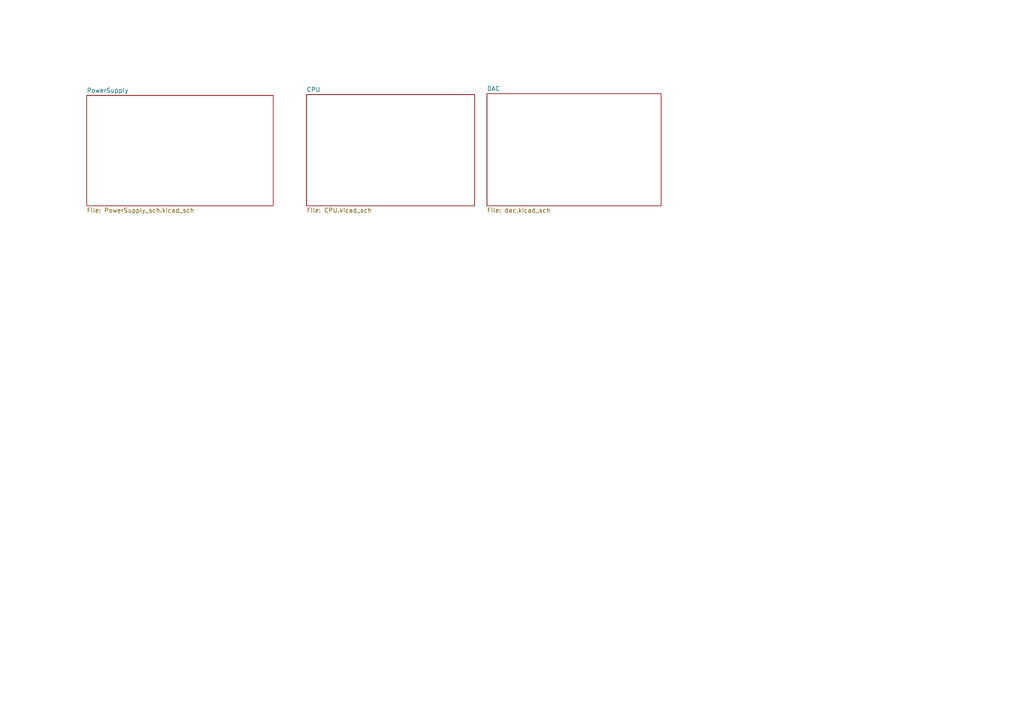
<source format=kicad_sch>
(kicad_sch
	(version 20231120)
	(generator "eeschema")
	(generator_version "8.0")
	(uuid "99eda9a6-00e0-493c-b2d1-8a5acb1e41f8")
	(paper "A4")
	(title_block
		(title "Alesis HR-16 RevEng")
		(date "2024-03-31")
		(rev "0.1")
		(company "dontdrinkandderive")
	)
	(lib_symbols)
	(sheet
		(at 141.224 27.178)
		(size 50.546 32.512)
		(fields_autoplaced yes)
		(stroke
			(width 0.1524)
			(type solid)
		)
		(fill
			(color 0 0 0 0.0000)
		)
		(uuid "36e7cded-d7c8-47ce-8393-af28b9ce42d8")
		(property "Sheetname" "DAC"
			(at 141.224 26.4664 0)
			(effects
				(font
					(size 1.27 1.27)
				)
				(justify left bottom)
			)
		)
		(property "Sheetfile" "dac.kicad_sch"
			(at 141.224 60.2746 0)
			(effects
				(font
					(size 1.27 1.27)
				)
				(justify left top)
			)
		)
		(instances
			(project "hr16_reverse_eng1"
				(path "/99eda9a6-00e0-493c-b2d1-8a5acb1e41f8"
					(page "4")
				)
			)
		)
	)
	(sheet
		(at 88.9 27.432)
		(size 48.768 32.258)
		(fields_autoplaced yes)
		(stroke
			(width 0.1524)
			(type solid)
		)
		(fill
			(color 0 0 0 0.0000)
		)
		(uuid "4b9f490c-bbd5-49b4-ab98-d502df741b71")
		(property "Sheetname" "CPU"
			(at 88.9 26.7204 0)
			(effects
				(font
					(size 1.27 1.27)
				)
				(justify left bottom)
			)
		)
		(property "Sheetfile" "CPU.kicad_sch"
			(at 88.9 60.2746 0)
			(effects
				(font
					(size 1.27 1.27)
				)
				(justify left top)
			)
		)
		(instances
			(project "hr16_reverse_eng1"
				(path "/99eda9a6-00e0-493c-b2d1-8a5acb1e41f8"
					(page "3")
				)
			)
		)
	)
	(sheet
		(at 25.146 27.686)
		(size 54.102 32.004)
		(fields_autoplaced yes)
		(stroke
			(width 0.1524)
			(type solid)
		)
		(fill
			(color 0 0 0 0.0000)
		)
		(uuid "743bf952-0b32-4d1f-99e2-68f4ee601088")
		(property "Sheetname" "PowerSupply"
			(at 25.146 26.9744 0)
			(effects
				(font
					(size 1.27 1.27)
				)
				(justify left bottom)
			)
		)
		(property "Sheetfile" "PowerSupply_sch.kicad_sch"
			(at 25.146 60.2746 0)
			(effects
				(font
					(size 1.27 1.27)
				)
				(justify left top)
			)
		)
		(instances
			(project "hr16_reverse_eng1"
				(path "/99eda9a6-00e0-493c-b2d1-8a5acb1e41f8"
					(page "2")
				)
			)
		)
	)
	(sheet_instances
		(path "/"
			(page "1")
		)
	)
)
</source>
